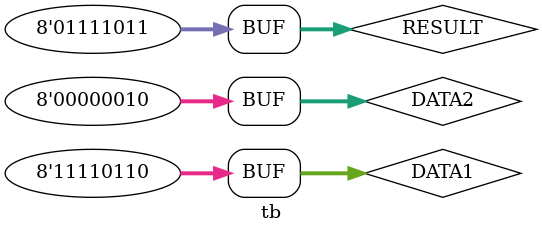
<source format=v>
module tb;

reg [7:0] DATA1, DATA2, RESULT;
reg [15:0] MUL_RESULT;

    initial begin
		$monitor("DATA1: %b, DATA2: %b, RESULT: %b",DATA1,DATA2,RESULT);
		end


    initial begin
        DATA1 = 8'b11110110;
        DATA2 = 8'd2;
        RESULT = DATA1 / DATA2;
    end

endmodule

</source>
